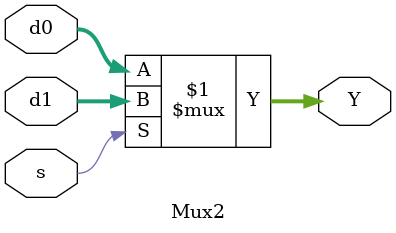
<source format=sv>
`timescale 1ns / 1ps

module Mux2 #(parameter WIDTH = 32)
	(input logic[WIDTH - 1:0] d0, d1,
	 input logic s,
	 output logic[WIDTH - 1:0] Y
	);
    assign Y = s ? d1 : d0;
endmodule

</source>
